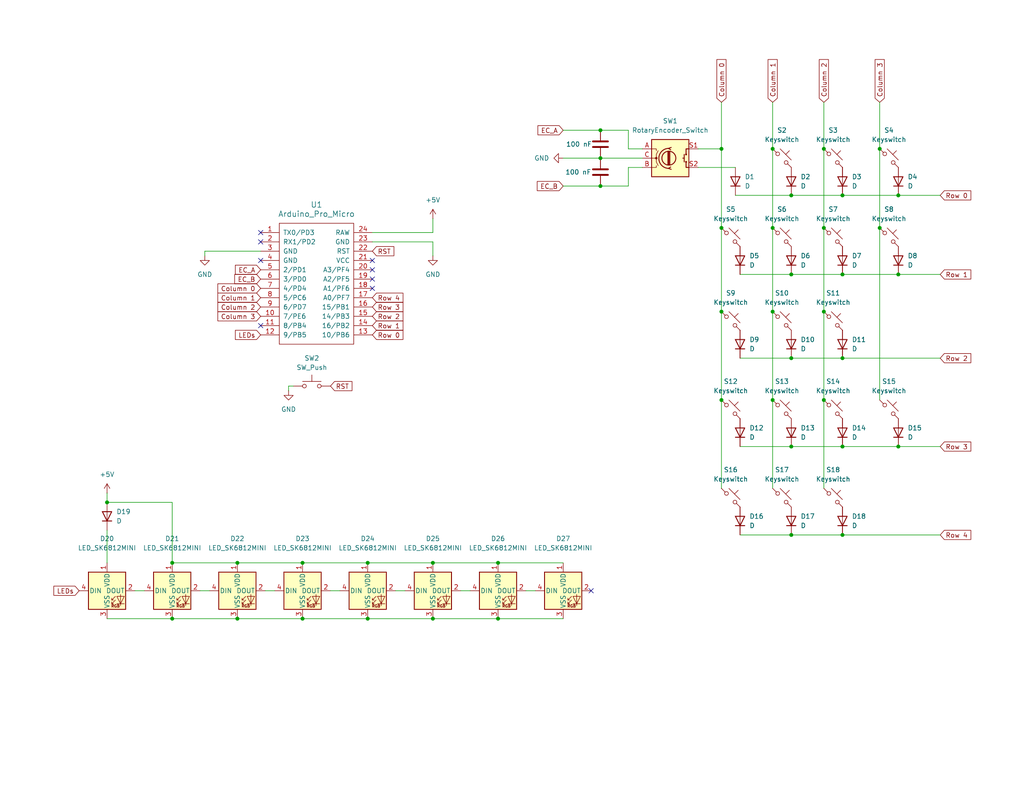
<source format=kicad_sch>
(kicad_sch (version 20231120) (generator "eeschema") (generator_version "8.0")
  (paper "USLetter")
  (title_block (title "NefPad") (date "2024-06-21") (rev "v0.1") (company "Suno Kaj 3"))
  (lib_symbols
    (symbol "Device:C" (pin_numbers hide) (pin_names (offset 0.254))
      (property "Reference" "C" (at 0.635 2.54 0))
      (property "Value" "C" (at 0.635 -2.54 0))
      (symbol "C_0_1"
        (polyline (pts (xy -2.032 -0.762) (xy 2.032 -0.762)) (stroke (width 0.508)))
        (polyline (pts (xy -2.032 0.762) (xy 2.032 0.762)) (stroke (width 0.508)))
      )
      (symbol "C_1_1"
        (pin passive line (at 0 3.81 270) (length 2.794) (name "~") (number "1"))
        (pin passive line (at 0 -3.81 90) (length 2.794) (name "~") (number "2"))
      )
    )
    (symbol "Device:D" (pin_numbers hide) (pin_names (offset 1.016) hide)
      (property "Reference" "D" (at 0 2.54 0))
      (property "Value" "D" (at 0 -2.54 0))
      (symbol "D_0_1"
        (polyline (pts (xy -1.27 1.27) (xy -1.27 -1.27)) (stroke (width 0.254)))
        (polyline (pts (xy 1.27 0) (xy -1.27 0)))
        (polyline (pts (xy 1.27 1.27) (xy 1.27 -1.27) (xy -1.27 0) (xy 1.27 1.27)) (stroke (width 0.254)))
      )
      (symbol "D_1_1"
        (pin passive line (at -3.81 0 0) (length 2.54) (name "K") (number "1"))
        (pin passive line (at 3.81 0 180) (length 2.54) (name "A") (number "2"))
      )
    )
    (symbol "Device:RotaryEncoder_Switch" (pin_names (offset 0.254) hide)
      (property "Reference" "SW" (at 0 6.604 0))
      (property "Value" "RotaryEncoder_Switch" (at 0 -6.604 0))
      (symbol "RotaryEncoder_Switch_0_1"
        (rectangle (start -5.08 5.08) (end 5.08 -5.08) (stroke (width 0.254)) (fill (type background)))
        (circle (center -3.81 0) (radius 0.254) (fill (type outline)))
        (circle (center -0.381 0) (radius 1.905) (stroke (width 0.254)))
        (arc (start -0.381 2.667) (mid -3.0988 -0.0635) (end -0.381 -2.794) (stroke (width 0.254)))
        (polyline (pts (xy -0.635 -1.778) (xy -0.635 1.778)) (stroke (width 0.254)))
        (polyline (pts (xy -0.381 -1.778) (xy -0.381 1.778)) (stroke (width 0.254)))
        (polyline (pts (xy -0.127 1.778) (xy -0.127 -1.778)) (stroke (width 0.254)))
        (polyline (pts (xy 3.81 0) (xy 3.429 0)) (stroke (width 0.254)))
        (polyline (pts (xy 3.81 1.016) (xy 3.81 -1.016)) (stroke (width 0.254)))
        (polyline (pts (xy -5.08 -2.54) (xy -3.81 -2.54) (xy -3.81 -2.032)))
        (polyline (pts (xy -5.08 2.54) (xy -3.81 2.54) (xy -3.81 2.032)))
        (polyline (pts (xy 0.254 -3.048) (xy -0.508 -2.794) (xy 0.127 -2.413)) (stroke (width 0.254)))
        (polyline (pts (xy 0.254 2.921) (xy -0.508 2.667) (xy 0.127 2.286)) (stroke (width 0.254)))
        (polyline (pts (xy 5.08 -2.54) (xy 4.318 -2.54) (xy 4.318 -1.016)) (stroke (width 0.254)))
        (polyline (pts (xy 5.08 2.54) (xy 4.318 2.54) (xy 4.318 1.016)) (stroke (width 0.254)))
        (polyline (pts (xy -5.08 0) (xy -3.81 0) (xy -3.81 -1.016) (xy -3.302 -2.032)))
        (polyline (pts (xy -4.318 0) (xy -3.81 0) (xy -3.81 1.016) (xy -3.302 2.032)))
        (circle (center 4.318 -1.016) (radius 0.127) (stroke (width 0.254)))
        (circle (center 4.318 1.016) (radius 0.127) (stroke (width 0.254)))
      )
      (symbol "RotaryEncoder_Switch_1_1"
        (pin passive line (at -7.62 2.54 0) (length 2.54) (name "A") (number "A"))
        (pin passive line (at -7.62 -2.54 0) (length 2.54) (name "B") (number "B"))
        (pin passive line (at -7.62 0 0) (length 2.54) (name "C") (number "C"))
        (pin passive line (at 7.62 2.54 180) (length 2.54) (name "S1") (number "S1"))
        (pin passive line (at 7.62 -2.54 180) (length 2.54) (name "S2") (number "S2"))
      )
    )
    (symbol "ScottoKeebs:MCU_Arduino_Pro_Micro" (pin_names (offset 1.016))
      (property "Reference" "U" (at 0 0 0))
      (property "Value" "Arduino_Pro_Micro" (at 0 -19.05 0))
      (symbol "MCU_Arduino_Pro_Micro_0_1"
        (rectangle (start -10.16 16.51) (end 10.16 -16.51))
      )
      (symbol "MCU_Arduino_Pro_Micro_1_1"
        (pin input line (at -15.24 13.97 0) (length 5.08) (name "TX0/PD3") (number "1"))
        (pin input line (at -15.24 -8.89 0) (length 5.08) (name "7/PE6") (number "10"))
        (pin input line (at -15.24 -11.43 0) (length 5.08) (name "8/PB4") (number "11"))
        (pin input line (at -15.24 -13.97 0) (length 5.08) (name "9/PB5") (number "12"))
        (pin input line (at 15.24 -13.97 180) (length 5.08) (name "10/PB6") (number "13"))
        (pin input line (at 15.24 -11.43 180) (length 5.08) (name "16/PB2") (number "14"))
        (pin input line (at 15.24 -8.89 180) (length 5.08) (name "14/PB3") (number "15"))
        (pin input line (at 15.24 -6.35 180) (length 5.08) (name "15/PB1") (number "16"))
        (pin input line (at 15.24 -3.81 180) (length 5.08) (name "A0/PF7") (number "17"))
        (pin input line (at 15.24 -1.27 180) (length 5.08) (name "A1/PF6") (number "18"))
        (pin input line (at 15.24 1.27 180) (length 5.08) (name "A2/PF5") (number "19"))
        (pin input line (at -15.24 11.43 0) (length 5.08) (name "RX1/PD2") (number "2"))
        (pin input line (at 15.24 3.81 180) (length 5.08) (name "A3/PF4") (number "20"))
        (pin input line (at 15.24 6.35 180) (length 5.08) (name "VCC") (number "21"))
        (pin input line (at 15.24 8.89 180) (length 5.08) (name "RST") (number "22"))
        (pin input line (at 15.24 11.43 180) (length 5.08) (name "GND") (number "23"))
        (pin input line (at 15.24 13.97 180) (length 5.08) (name "RAW") (number "24"))
        (pin input line (at -15.24 8.89 0) (length 5.08) (name "GND") (number "3"))
        (pin input line (at -15.24 6.35 0) (length 5.08) (name "GND") (number "4"))
        (pin input line (at -15.24 3.81 0) (length 5.08) (name "2/PD1") (number "5"))
        (pin input line (at -15.24 1.27 0) (length 5.08) (name "3/PD0") (number "6"))
        (pin input line (at -15.24 -1.27 0) (length 5.08) (name "4/PD4") (number "7"))
        (pin input line (at -15.24 -3.81 0) (length 5.08) (name "5/PC6") (number "8"))
        (pin input line (at -15.24 -6.35 0) (length 5.08) (name "6/PD7") (number "9"))
      )
    )
    (symbol "ScottoKeebs:Placeholder_Keyswitch" (pin_numbers hide) (pin_names (offset 1.016) hide)
      (property "Reference" "S" (at 3.048 1.016 0))
      (property "Value" "Keyswitch" (at 0 -3.81 0))
      (symbol "Placeholder_Keyswitch_0_1"
        (circle (center -1.1684 1.1684) (radius 0.508))
        (polyline (pts (xy -0.508 2.54) (xy 2.54 -0.508)))
        (polyline (pts (xy 1.016 1.016) (xy 2.032 2.032)))
        (polyline (pts (xy -2.54 2.54) (xy -1.524 1.524) (xy -1.524 1.524)))
        (polyline (pts (xy 1.524 -1.524) (xy 2.54 -2.54) (xy 2.54 -2.54) (xy 2.54 -2.54)))
        (circle (center 1.143 -1.1938) (radius 0.508))
        (pin passive line (at -2.54 2.54 0) (length 0) (name "1") (number "1"))
        (pin passive line (at 2.54 -2.54 180) (length 0) (name "2") (number "2"))
      )
    )
    (symbol "Switch:SW_Push" (pin_numbers hide) (pin_names (offset 1.016) hide)
      (property "Reference" "SW" (at 1.27 2.54 0))
      (property "Value" "SW_Push" (at 0 -1.524 0))
      (symbol "SW_Push_0_1"
        (circle (center -2.032 0) (radius 0.508))
        (polyline (pts (xy 0 1.27) (xy 0 3.048)))
        (polyline (pts (xy 2.54 1.27) (xy -2.54 1.27)))
        (circle (center 2.032 0) (radius 0.508))
        (pin passive line (at -5.08 0 0) (length 2.54) (name "1") (number "1"))
        (pin passive line (at 5.08 0 180) (length 2.54) (name "2") (number "2"))
      )
    )
    (symbol "library1:LED_SK6812MINI" (pin_names (offset 0.254))
      (property "Reference" "D" (at 5.08 5.715 0))
      (property "Value" "LED_SK6812MINI" (at 1.27 -5.715 0))
      (symbol "LED_SK6812MINI_0_0"
        (text "RGB" (at 2.286 -4.191 0) (effects (font (size 0.762 0.762))))
      )
      (symbol "LED_SK6812MINI_0_1"
        (rectangle (start -5.08 5.08) (end 5.08 -5.08) (stroke (width 0.254)) (fill (type background)))
        (polyline (pts (xy 1.27 -3.556) (xy 1.778 -3.556)))
        (polyline (pts (xy 1.27 -2.54) (xy 1.778 -2.54)))
        (polyline (pts (xy 4.699 -3.556) (xy 2.667 -3.556)))
        (polyline (pts (xy 2.286 -2.54) (xy 1.27 -3.556) (xy 1.27 -3.048)))
        (polyline (pts (xy 2.286 -1.524) (xy 1.27 -2.54) (xy 1.27 -2.032)))
        (polyline (pts (xy 3.683 -1.016) (xy 3.683 -3.556) (xy 3.683 -4.064)))
        (polyline (pts (xy 4.699 -1.524) (xy 2.667 -1.524) (xy 3.683 -3.556) (xy 4.699 -1.524)))
      )
      (symbol "LED_SK6812MINI_1_1"
        (pin power_in line (at 0 7.62 270) (length 2.54) (name "VDD") (number "1"))
        (pin output line (at 7.62 0 180) (length 2.54) (name "DOUT") (number "2"))
        (pin power_in line (at 0 -7.62 90) (length 2.54) (name "VSS") (number "3"))
        (pin input line (at -7.62 0 0) (length 2.54) (name "DIN") (number "4"))
      )
    )
    (symbol "power:+5V" (power) (pin_numbers hide) (pin_names (offset 0) hide)
      (property "Value" "+5V" (at 0 3.556 0))
      (symbol "+5V_0_1"
        (polyline (pts (xy -0.762 1.27) (xy 0 2.54)))
        (polyline (pts (xy 0 0) (xy 0 2.54)))
        (polyline (pts (xy 0 2.54) (xy 0.762 1.27)))
      )
      (symbol "+5V_1_1"
        (pin power_in line (at 0 0 90) (length 0) (name "~") (number "1"))
      )
    )
    (symbol "power:GND" (power) (pin_numbers hide) (pin_names (offset 0) hide)
      (property "Value" "GND" (at 0 -3.81 0))
      (symbol "GND_0_1"
        (polyline (pts (xy 0 0) (xy 0 -1.27) (xy 1.27 -1.27) (xy 0 -2.54) (xy -1.27 -1.27) (xy 0 -1.27)))
      )
      (symbol "GND_1_1"
        (pin power_in line (at 0 0 270) (length 0) (name "~") (number "1"))
      )
    )
  )
  (junction (at 118.11 168.91))
  (junction (at 229.87 97.79))
  (junction (at 196.85 85.09))
  (junction (at 229.87 74.93))
  (junction (at 240.03 40.64))
  (junction (at 245.11 74.93))
  (junction (at 215.9 74.93))
  (junction (at 64.77 153.67))
  (junction (at 229.87 53.34))
  (junction (at 245.11 53.34))
  (junction (at 229.87 146.05))
  (junction (at 210.82 40.64))
  (junction (at 210.82 109.22))
  (junction (at 46.99 168.91))
  (junction (at 224.79 40.64))
  (junction (at 135.89 153.67))
  (junction (at 82.55 153.67))
  (junction (at 196.85 109.22))
  (junction (at 215.9 121.92))
  (junction (at 224.79 85.09))
  (junction (at 196.85 40.64))
  (junction (at 163.83 50.8))
  (junction (at 100.33 153.67))
  (junction (at 215.9 146.05))
  (junction (at 215.9 53.34))
  (junction (at 229.87 121.92))
  (junction (at 46.99 153.67))
  (junction (at 64.77 168.91))
  (junction (at 224.79 62.23))
  (junction (at 82.55 168.91))
  (junction (at 29.21 137.16))
  (junction (at 163.83 35.56))
  (junction (at 118.11 153.67))
  (junction (at 100.33 168.91))
  (junction (at 210.82 85.09))
  (junction (at 224.79 109.22))
  (junction (at 245.11 121.92))
  (junction (at 135.89 168.91))
  (junction (at 163.83 43.18))
  (junction (at 215.9 97.79))
  (junction (at 210.82 62.23))
  (junction (at 240.03 62.23))
  (junction (at 196.85 62.23))
  (no_connect (at 71.12 88.9))
  (no_connect (at 101.6 73.66))
  (no_connect (at 101.6 76.2))
  (no_connect (at 101.6 78.74))
  (no_connect (at 71.12 63.5))
  (no_connect (at 71.12 71.12))
  (no_connect (at 161.29 161.29))
  (no_connect (at 71.12 66.04))
  (no_connect (at 101.6 71.12))
  (wire (pts (xy 224.79 109.22) (xy 224.79 133.35)))
  (wire (pts (xy 46.99 153.67) (xy 64.77 153.67)))
  (wire (pts (xy 29.21 144.78) (xy 29.21 153.67)))
  (wire (pts (xy 118.11 63.5) (xy 101.6 63.5)))
  (wire (pts (xy 107.95 161.29) (xy 110.49 161.29)))
  (wire (pts (xy 215.9 53.34) (xy 229.87 53.34)))
  (wire (pts (xy 118.11 59.69) (xy 118.11 63.5)))
  (wire (pts (xy 229.87 146.05) (xy 256.54 146.05)))
  (wire (pts (xy 224.79 85.09) (xy 224.79 109.22)))
  (wire (pts (xy 245.11 53.34) (xy 256.54 53.34)))
  (wire (pts (xy 46.99 137.16) (xy 46.99 153.67)))
  (wire (pts (xy 229.87 121.92) (xy 245.11 121.92)))
  (wire (pts (xy 153.67 50.8) (xy 163.83 50.8)))
  (wire (pts (xy 55.88 68.58) (xy 71.12 68.58)))
  (wire (pts (xy 196.85 85.09) (xy 196.85 109.22)))
  (wire (pts (xy 201.93 146.05) (xy 215.9 146.05)))
  (wire (pts (xy 201.93 121.92) (xy 215.9 121.92)))
  (wire (pts (xy 201.93 74.93) (xy 215.9 74.93)))
  (wire (pts (xy 82.55 153.67) (xy 100.33 153.67)))
  (wire (pts (xy 29.21 168.91) (xy 46.99 168.91)))
  (wire (pts (xy 245.11 121.92) (xy 256.54 121.92)))
  (wire (pts (xy 190.5 40.64) (xy 196.85 40.64)))
  (wire (pts (xy 163.83 43.18) (xy 175.26 43.18)))
  (wire (pts (xy 196.85 40.64) (xy 196.85 62.23)))
  (wire (pts (xy 90.17 161.29) (xy 92.71 161.29)))
  (wire (pts (xy 118.11 153.67) (xy 135.89 153.67)))
  (wire (pts (xy 78.74 106.68) (xy 78.74 105.41)))
  (wire (pts (xy 29.21 134.62) (xy 29.21 137.16)))
  (wire (pts (xy 224.79 62.23) (xy 224.79 85.09)))
  (wire (pts (xy 143.51 161.29) (xy 146.05 161.29)))
  (wire (pts (xy 153.67 35.56) (xy 163.83 35.56)))
  (wire (pts (xy 215.9 146.05) (xy 229.87 146.05)))
  (wire (pts (xy 100.33 153.67) (xy 118.11 153.67)))
  (wire (pts (xy 196.85 109.22) (xy 196.85 133.35)))
  (wire (pts (xy 224.79 40.64) (xy 224.79 62.23)))
  (wire (pts (xy 224.79 27.94) (xy 224.79 40.64)))
  (wire (pts (xy 171.45 35.56) (xy 163.83 35.56)))
  (wire (pts (xy 171.45 45.72) (xy 175.26 45.72)))
  (wire (pts (xy 135.89 153.67) (xy 153.67 153.67)))
  (wire (pts (xy 118.11 69.85) (xy 118.11 66.04)))
  (wire (pts (xy 78.74 105.41) (xy 80.01 105.41)))
  (wire (pts (xy 29.21 137.16) (xy 46.99 137.16)))
  (wire (pts (xy 229.87 97.79) (xy 256.54 97.79)))
  (wire (pts (xy 190.5 45.72) (xy 200.66 45.72)))
  (wire (pts (xy 240.03 62.23) (xy 240.03 109.22)))
  (wire (pts (xy 118.11 66.04) (xy 101.6 66.04)))
  (wire (pts (xy 55.88 69.85) (xy 55.88 68.58)))
  (wire (pts (xy 82.55 168.91) (xy 100.33 168.91)))
  (wire (pts (xy 64.77 168.91) (xy 82.55 168.91)))
  (wire (pts (xy 54.61 161.29) (xy 57.15 161.29)))
  (wire (pts (xy 215.9 74.93) (xy 229.87 74.93)))
  (wire (pts (xy 210.82 85.09) (xy 210.82 109.22)))
  (wire (pts (xy 125.73 161.29) (xy 128.27 161.29)))
  (wire (pts (xy 210.82 62.23) (xy 210.82 85.09)))
  (wire (pts (xy 171.45 50.8) (xy 163.83 50.8)))
  (wire (pts (xy 240.03 27.94) (xy 240.03 40.64)))
  (wire (pts (xy 201.93 97.79) (xy 215.9 97.79)))
  (wire (pts (xy 171.45 40.64) (xy 175.26 40.64)))
  (wire (pts (xy 210.82 27.94) (xy 210.82 40.64)))
  (wire (pts (xy 245.11 74.93) (xy 256.54 74.93)))
  (wire (pts (xy 100.33 168.91) (xy 118.11 168.91)))
  (wire (pts (xy 171.45 45.72) (xy 171.45 50.8)))
  (wire (pts (xy 135.89 168.91) (xy 153.67 168.91)))
  (wire (pts (xy 210.82 40.64) (xy 210.82 62.23)))
  (wire (pts (xy 200.66 53.34) (xy 215.9 53.34)))
  (wire (pts (xy 196.85 62.23) (xy 196.85 85.09)))
  (wire (pts (xy 215.9 97.79) (xy 229.87 97.79)))
  (wire (pts (xy 46.99 168.91) (xy 64.77 168.91)))
  (wire (pts (xy 36.83 161.29) (xy 39.37 161.29)))
  (wire (pts (xy 215.9 121.92) (xy 229.87 121.92)))
  (wire (pts (xy 229.87 74.93) (xy 245.11 74.93)))
  (wire (pts (xy 118.11 168.91) (xy 135.89 168.91)))
  (wire (pts (xy 229.87 53.34) (xy 245.11 53.34)))
  (wire (pts (xy 196.85 27.94) (xy 196.85 40.64)))
  (wire (pts (xy 210.82 109.22) (xy 210.82 133.35)))
  (wire (pts (xy 240.03 40.64) (xy 240.03 62.23)))
  (wire (pts (xy 153.67 43.18) (xy 163.83 43.18)))
  (wire (pts (xy 72.39 161.29) (xy 74.93 161.29)))
  (wire (pts (xy 64.77 153.67) (xy 82.55 153.67)))
  (wire (pts (xy 171.45 40.64) (xy 171.45 35.56)))
  (global_label "EC_A" (shape input) (at 153.67 35.56 180) (property "Intersheetrefs" "${INTERSHEET_REFS}" (effects (hide yes))))
  (global_label "Row 1" (shape input) (at 256.54 74.93 0) (property "Intersheetrefs" "${INTERSHEET_REFS}" (effects (hide yes))))
  (global_label "RST" (shape input) (at 101.6 68.58 0) (property "Intersheetrefs" "${INTERSHEET_REFS}" (effects (hide yes))))
  (global_label "Row 1" (shape input) (at 101.6 88.9 0) (property "Intersheetrefs" "${INTERSHEET_REFS}" (effects (hide yes))))
  (global_label "Row 4" (shape input) (at 101.6 81.28 0) (property "Intersheetrefs" "${INTERSHEET_REFS}" (effects (hide yes))))
  (global_label "Column 2" (shape input) (at 71.12 83.82 180) (property "Intersheetrefs" "${INTERSHEET_REFS}" (effects (hide yes))))
  (global_label "EC_A" (shape input) (at 71.12 73.66 180) (property "Intersheetrefs" "${INTERSHEET_REFS}" (effects (hide yes))))
  (global_label "LEDs" (shape input) (at 71.12 91.44 180) (property "Intersheetrefs" "${INTERSHEET_REFS}" (effects (hide yes))))
  (global_label "Row 3" (shape input) (at 101.6 83.82 0) (property "Intersheetrefs" "${INTERSHEET_REFS}" (effects (hide yes))))
  (global_label "Column 3" (shape input) (at 240.03 27.94 90) (property "Intersheetrefs" "${INTERSHEET_REFS}" (effects (hide yes))))
  (global_label "Row 2" (shape input) (at 256.54 97.79 0) (property "Intersheetrefs" "${INTERSHEET_REFS}" (effects (hide yes))))
  (global_label "Row 0" (shape input) (at 101.6 91.44 0) (property "Intersheetrefs" "${INTERSHEET_REFS}" (effects (hide yes))))
  (global_label "Column 1" (shape input) (at 71.12 81.28 180) (property "Intersheetrefs" "${INTERSHEET_REFS}" (effects (hide yes))))
  (global_label "Column 2" (shape input) (at 224.79 27.94 90) (property "Intersheetrefs" "${INTERSHEET_REFS}" (effects (hide yes))))
  (global_label "Column 3" (shape input) (at 71.12 86.36 180) (property "Intersheetrefs" "${INTERSHEET_REFS}" (effects (hide yes))))
  (global_label "Row 4" (shape input) (at 256.54 146.05 0) (property "Intersheetrefs" "${INTERSHEET_REFS}" (effects (hide yes))))
  (global_label "Row 2" (shape input) (at 101.6 86.36 0) (property "Intersheetrefs" "${INTERSHEET_REFS}" (effects (hide yes))))
  (global_label "RST" (shape input) (at 90.17 105.41 0) (property "Intersheetrefs" "${INTERSHEET_REFS}" (effects (hide yes))))
  (global_label "LEDs" (shape input) (at 21.59 161.29 180) (property "Intersheetrefs" "${INTERSHEET_REFS}" (effects (hide yes))))
  (global_label "EC_B" (shape input) (at 153.67 50.8 180) (property "Intersheetrefs" "${INTERSHEET_REFS}" (effects (hide yes))))
  (global_label "Column 0" (shape input) (at 196.85 27.94 90) (property "Intersheetrefs" "${INTERSHEET_REFS}" (effects (hide yes))))
  (global_label "Column 0" (shape input) (at 71.12 78.74 180) (property "Intersheetrefs" "${INTERSHEET_REFS}" (effects (hide yes))))
  (global_label "Row 0" (shape input) (at 256.54 53.34 0) (property "Intersheetrefs" "${INTERSHEET_REFS}" (effects (hide yes))))
  (global_label "Row 3" (shape input) (at 256.54 121.92 0) (property "Intersheetrefs" "${INTERSHEET_REFS}" (effects (hide yes))))
  (global_label "Column 1" (shape input) (at 210.82 27.94 90) (property "Intersheetrefs" "${INTERSHEET_REFS}" (effects (hide yes))))
  (global_label "EC_B" (shape input) (at 71.12 76.2 180) (property "Intersheetrefs" "${INTERSHEET_REFS}" (effects (hide yes))))
  (symbol (lib_id "power:GND") (at 118.11 69.85 0) (unit 1)
    (property "Reference" "#PWR03" (effects (hide yes)))
    (property "Value" "GND" (at 118.11 74.93 0))
    (property "Description" "Power symbol creates a global label with name \"GND\" , ground" (effects (hide yes)))
  )
  (symbol (lib_id "library1:LED_SK6812MINI") (at 29.21 161.29 0) (unit 1)
    (property "Reference" "D20" (at 29.21 147.066 0))
    (property "Value" "LED_SK6812MINI" (at 29.21 149.606 0))
    (property "Footprint" "DD_Library_1:LED_SK6812MINI" (effects (hide yes)))
    (property "Datasheet" "https://cdn-shop.adafruit.com/product-files/2686/SK6812MINI_REV.01-1-2.pdf" (effects (hide yes)))
    (property "Description" "RGB LED with integrated controller" (effects (hide yes)))
  )
  (symbol (lib_id "Device:D") (at 215.9 142.24 90) (unit 1)
    (property "Reference" "D17" (at 218.44 140.9699 90) (effects (justify right)))
    (property "Value" "D" (at 218.44 143.5099 90) (effects (justify right)))
    (property "Footprint" "Diode_THT:D_DO-35_SOD27_P7.62mm_Horizontal" (effects (hide yes)))
    (property "Description" "Diode" (effects (hide yes)))
    (property "Sim.Device" "D" (effects (hide yes)))
    (property "Sim.Pins" "1=K 2=A" (effects (hide yes)))
  )
  (symbol (lib_id "Device:C") (at 163.83 39.37 0) (unit 1)
    (property "Reference" "C1" (effects (hide yes)))
    (property "Value" "100 nF" (at 154.432 39.37 0) (effects (justify left)))
    (property "Footprint" "Capacitor_THT:C_Disc_D4.3mm_W1.9mm_P5.00mm" (effects (hide yes)))
    (property "Description" "Unpolarized capacitor" (effects (hide yes)))
  )
  (symbol (lib_id "ScottoKeebs:Placeholder_Keyswitch") (at 213.36 111.76 0) (unit 1)
    (property "Reference" "S13" (at 213.36 104.14 0))
    (property "Value" "Keyswitch" (at 213.36 106.68 0))
    (property "Footprint" "ScottoKeebs_Hotswap:Hotswap_MX_1.00u" (effects (hide yes)))
    (property "Description" "Push button switch, normally open, two pins, 45° tilted" (effects (hide yes)))
  )
  (symbol (lib_id "Device:C") (at 163.83 46.99 0) (mirror y) (unit 1)
    (property "Reference" "C2" (effects (hide yes)))
    (property "Value" "100 nF" (at 161.29 46.99 0) (effects (justify left)))
    (property "Footprint" "Capacitor_THT:C_Disc_D4.3mm_W1.9mm_P5.00mm" (effects (hide yes)))
    (property "Description" "Unpolarized capacitor" (effects (hide yes)))
  )
  (symbol (lib_id "Device:D") (at 229.87 71.12 90) (unit 1)
    (property "Reference" "D7" (at 232.41 69.8499 90) (effects (justify right)))
    (property "Value" "D" (at 232.41 72.3899 90) (effects (justify right)))
    (property "Footprint" "Diode_THT:D_DO-35_SOD27_P7.62mm_Horizontal" (effects (hide yes)))
    (property "Description" "Diode" (effects (hide yes)))
    (property "Sim.Device" "D" (effects (hide yes)))
    (property "Sim.Pins" "1=K 2=A" (effects (hide yes)))
  )
  (symbol (lib_id "power:+5V") (at 118.11 59.69 0) (unit 1)
    (property "Reference" "#PWR01" (effects (hide yes)))
    (property "Value" "+5V" (at 118.11 54.61 0))
    (property "Description" "Power symbol creates a global label with name \"+5V\"" (effects (hide yes)))
  )
  (symbol (lib_id "library1:LED_SK6812MINI") (at 118.11 161.29 0) (unit 1)
    (property "Reference" "D25" (at 118.11 147.066 0))
    (property "Value" "LED_SK6812MINI" (at 118.11 149.606 0))
    (property "Footprint" "DD_Library_1:LED_SK6812MINI" (effects (hide yes)))
    (property "Datasheet" "https://cdn-shop.adafruit.com/product-files/2686/SK6812MINI_REV.01-1-2.pdf" (effects (hide yes)))
    (property "Description" "RGB LED with integrated controller" (effects (hide yes)))
  )
  (symbol (lib_id "ScottoKeebs:MCU_Arduino_Pro_Micro") (at 86.36 77.47 0) (unit 1)
    (property "Reference" "U1" (at 86.36 55.88 0) (effects (font (size 1.524 1.524))))
    (property "Value" "Arduino_Pro_Micro" (at 86.36 58.42 0) (effects (font (size 1.524 1.524))))
    (property "Footprint" "ScottoKeebs_MCU:Arduino_Pro_Micro" (effects (hide yes)))
  )
  (symbol (lib_id "ScottoKeebs:Placeholder_Keyswitch") (at 227.33 111.76 0) (unit 1)
    (property "Reference" "S14" (at 227.33 104.14 0))
    (property "Value" "Keyswitch" (at 227.33 106.68 0))
    (property "Footprint" "ScottoKeebs_Hotswap:Hotswap_MX_1.00u" (effects (hide yes)))
    (property "Description" "Push button switch, normally open, two pins, 45° tilted" (effects (hide yes)))
  )
  (symbol (lib_id "Device:D") (at 245.11 118.11 90) (unit 1)
    (property "Reference" "D15" (at 247.65 116.8399 90) (effects (justify right)))
    (property "Value" "D" (at 247.65 119.3799 90) (effects (justify right)))
    (property "Footprint" "Diode_THT:D_DO-35_SOD27_P7.62mm_Horizontal" (effects (hide yes)))
    (property "Description" "Diode" (effects (hide yes)))
    (property "Sim.Device" "D" (effects (hide yes)))
    (property "Sim.Pins" "1=K 2=A" (effects (hide yes)))
  )
  (symbol (lib_id "ScottoKeebs:Placeholder_Keyswitch") (at 227.33 64.77 0) (unit 1)
    (property "Reference" "S7" (at 227.33 57.15 0))
    (property "Value" "Keyswitch" (at 227.33 59.69 0))
    (property "Footprint" "ScottoKeebs_Hotswap:Hotswap_MX_1.00u" (effects (hide yes)))
    (property "Description" "Push button switch, normally open, two pins, 45° tilted" (effects (hide yes)))
  )
  (symbol (lib_id "Device:D") (at 215.9 118.11 90) (unit 1)
    (property "Reference" "D13" (at 218.44 116.8399 90) (effects (justify right)))
    (property "Value" "D" (at 218.44 119.3799 90) (effects (justify right)))
    (property "Footprint" "Diode_THT:D_DO-35_SOD27_P7.62mm_Horizontal" (effects (hide yes)))
    (property "Description" "Diode" (effects (hide yes)))
    (property "Sim.Device" "D" (effects (hide yes)))
    (property "Sim.Pins" "1=K 2=A" (effects (hide yes)))
  )
  (symbol (lib_id "ScottoKeebs:Placeholder_Keyswitch") (at 213.36 135.89 0) (unit 1)
    (property "Reference" "S17" (at 213.36 128.27 0))
    (property "Value" "Keyswitch" (at 213.36 130.81 0))
    (property "Footprint" "ScottoKeebs_Hotswap:Hotswap_MX_1.00u" (effects (hide yes)))
    (property "Description" "Push button switch, normally open, two pins, 45° tilted" (effects (hide yes)))
  )
  (symbol (lib_id "Device:D") (at 215.9 49.53 90) (unit 1)
    (property "Reference" "D2" (at 218.44 48.2599 90) (effects (justify right)))
    (property "Value" "D" (at 218.44 50.7999 90) (effects (justify right)))
    (property "Footprint" "Diode_THT:D_DO-35_SOD27_P7.62mm_Horizontal" (effects (hide yes)))
    (property "Description" "Diode" (effects (hide yes)))
    (property "Sim.Device" "D" (effects (hide yes)))
    (property "Sim.Pins" "1=K 2=A" (effects (hide yes)))
  )
  (symbol (lib_id "ScottoKeebs:Placeholder_Keyswitch") (at 199.39 135.89 0) (unit 1)
    (property "Reference" "S16" (at 199.39 128.27 0))
    (property "Value" "Keyswitch" (at 199.39 130.81 0))
    (property "Footprint" "ScottoKeebs_Hotswap:Hotswap_MX_1.00u" (effects (hide yes)))
    (property "Description" "Push button switch, normally open, two pins, 45° tilted" (effects (hide yes)))
  )
  (symbol (lib_id "library1:LED_SK6812MINI") (at 100.33 161.29 0) (unit 1)
    (property "Reference" "D24" (at 100.33 147.066 0))
    (property "Value" "LED_SK6812MINI" (at 100.33 149.606 0))
    (property "Footprint" "DD_Library_1:LED_SK6812MINI" (effects (hide yes)))
    (property "Datasheet" "https://cdn-shop.adafruit.com/product-files/2686/SK6812MINI_REV.01-1-2.pdf" (effects (hide yes)))
    (property "Description" "RGB LED with integrated controller" (effects (hide yes)))
  )
  (symbol (lib_id "Device:D") (at 229.87 49.53 90) (unit 1)
    (property "Reference" "D3" (at 232.41 48.2599 90) (effects (justify right)))
    (property "Value" "D" (at 232.41 50.7999 90) (effects (justify right)))
    (property "Footprint" "Diode_THT:D_DO-35_SOD27_P7.62mm_Horizontal" (effects (hide yes)))
    (property "Description" "Diode" (effects (hide yes)))
    (property "Sim.Device" "D" (effects (hide yes)))
    (property "Sim.Pins" "1=K 2=A" (effects (hide yes)))
  )
  (symbol (lib_id "Device:D") (at 245.11 71.12 90) (unit 1)
    (property "Reference" "D8" (at 247.65 69.8499 90) (effects (justify right)))
    (property "Value" "D" (at 247.65 72.3899 90) (effects (justify right)))
    (property "Footprint" "Diode_THT:D_DO-35_SOD27_P7.62mm_Horizontal" (effects (hide yes)))
    (property "Description" "Diode" (effects (hide yes)))
    (property "Sim.Device" "D" (effects (hide yes)))
    (property "Sim.Pins" "1=K 2=A" (effects (hide yes)))
  )
  (symbol (lib_id "Device:RotaryEncoder_Switch") (at 182.88 43.18 0) (unit 1)
    (property "Reference" "SW1" (at 182.88 33.02 0))
    (property "Value" "RotaryEncoder_Switch" (at 182.88 35.56 0))
    (property "Footprint" "Rotary_Encoder:RotaryEncoder_Alps_EC11E-Switch_Vertical_H20mm" (effects (hide yes)))
    (property "Description" "Rotary encoder, dual channel, incremental quadrate outputs, with switch" (effects (hide yes)))
  )
  (symbol (lib_id "library1:LED_SK6812MINI") (at 82.55 161.29 0) (unit 1)
    (property "Reference" "D23" (at 82.55 147.066 0))
    (property "Value" "LED_SK6812MINI" (at 82.55 149.606 0))
    (property "Footprint" "DD_Library_1:LED_SK6812MINI" (effects (hide yes)))
    (property "Datasheet" "https://cdn-shop.adafruit.com/product-files/2686/SK6812MINI_REV.01-1-2.pdf" (effects (hide yes)))
    (property "Description" "RGB LED with integrated controller" (effects (hide yes)))
  )
  (symbol (lib_id "ScottoKeebs:Placeholder_Keyswitch") (at 242.57 111.76 0) (unit 1)
    (property "Reference" "S15" (at 242.57 104.14 0))
    (property "Value" "Keyswitch" (at 242.57 106.68 0))
    (property "Footprint" "ScottoKeebs_Hotswap:Hotswap_MX_2.00u_90deg" (effects (hide yes)))
    (property "Description" "Push button switch, normally open, two pins, 45° tilted" (effects (hide yes)))
  )
  (symbol (lib_id "library1:LED_SK6812MINI") (at 153.67 161.29 0) (unit 1)
    (property "Reference" "D27" (at 153.67 147.066 0))
    (property "Value" "LED_SK6812MINI" (at 153.67 149.606 0))
    (property "Footprint" "DD_Library_1:LED_SK6812MINI" (effects (hide yes)))
    (property "Datasheet" "https://cdn-shop.adafruit.com/product-files/2686/SK6812MINI_REV.01-1-2.pdf" (effects (hide yes)))
    (property "Description" "RGB LED with integrated controller" (effects (hide yes)))
  )
  (symbol (lib_id "ScottoKeebs:Placeholder_Keyswitch") (at 199.39 64.77 0) (unit 1)
    (property "Reference" "S5" (at 199.39 57.15 0))
    (property "Value" "Keyswitch" (at 199.39 59.69 0))
    (property "Footprint" "ScottoKeebs_Hotswap:Hotswap_MX_1.00u" (effects (hide yes)))
    (property "Description" "Push button switch, normally open, two pins, 45° tilted" (effects (hide yes)))
  )
  (symbol (lib_id "ScottoKeebs:Placeholder_Keyswitch") (at 213.36 87.63 0) (unit 1)
    (property "Reference" "S10" (at 213.36 80.01 0))
    (property "Value" "Keyswitch" (at 213.36 82.55 0))
    (property "Footprint" "ScottoKeebs_Hotswap:Hotswap_MX_1.00u" (effects (hide yes)))
    (property "Description" "Push button switch, normally open, two pins, 45° tilted" (effects (hide yes)))
  )
  (symbol (lib_id "Device:D") (at 201.93 71.12 90) (unit 1)
    (property "Reference" "D5" (at 204.47 69.8499 90) (effects (justify right)))
    (property "Value" "D" (at 204.47 72.3899 90) (effects (justify right)))
    (property "Footprint" "Diode_THT:D_DO-35_SOD27_P7.62mm_Horizontal" (effects (hide yes)))
    (property "Description" "Diode" (effects (hide yes)))
    (property "Sim.Device" "D" (effects (hide yes)))
    (property "Sim.Pins" "1=K 2=A" (effects (hide yes)))
  )
  (symbol (lib_id "ScottoKeebs:Placeholder_Keyswitch") (at 242.57 64.77 0) (unit 1)
    (property "Reference" "S8" (at 242.57 57.15 0))
    (property "Value" "Keyswitch" (at 242.57 59.69 0))
    (property "Footprint" "ScottoKeebs_Hotswap:Hotswap_MX_2.00u_90deg" (effects (hide yes)))
    (property "Description" "Push button switch, normally open, two pins, 45° tilted" (effects (hide yes)))
  )
  (symbol (lib_id "ScottoKeebs:Placeholder_Keyswitch") (at 199.39 87.63 0) (unit 1)
    (property "Reference" "S9" (at 199.39 80.01 0))
    (property "Value" "Keyswitch" (at 199.39 82.55 0))
    (property "Footprint" "ScottoKeebs_Hotswap:Hotswap_MX_1.00u" (effects (hide yes)))
    (property "Description" "Push button switch, normally open, two pins, 45° tilted" (effects (hide yes)))
  )
  (symbol (lib_id "power:+5V") (at 29.21 134.62 0) (unit 1)
    (property "Reference" "#PWR05" (effects (hide yes)))
    (property "Value" "+5V" (at 29.21 129.54 0))
    (property "Description" "Power symbol creates a global label with name \"+5V\"" (effects (hide yes)))
  )
  (symbol (lib_id "library1:LED_SK6812MINI") (at 64.77 161.29 0) (unit 1)
    (property "Reference" "D22" (at 64.77 147.066 0))
    (property "Value" "LED_SK6812MINI" (at 64.77 149.606 0))
    (property "Footprint" "DD_Library_1:LED_SK6812MINI" (effects (hide yes)))
    (property "Datasheet" "https://cdn-shop.adafruit.com/product-files/2686/SK6812MINI_REV.01-1-2.pdf" (effects (hide yes)))
    (property "Description" "RGB LED with integrated controller" (effects (hide yes)))
  )
  (symbol (lib_id "power:GND") (at 78.74 106.68 0) (unit 1)
    (property "Reference" "#PWR04" (effects (hide yes)))
    (property "Value" "GND" (at 78.74 111.76 0))
    (property "Description" "Power symbol creates a global label with name \"GND\" , ground" (effects (hide yes)))
  )
  (symbol (lib_id "ScottoKeebs:Placeholder_Keyswitch") (at 213.36 64.77 0) (unit 1)
    (property "Reference" "S6" (at 213.36 57.15 0))
    (property "Value" "Keyswitch" (at 213.36 59.69 0))
    (property "Footprint" "ScottoKeebs_Hotswap:Hotswap_MX_1.00u" (effects (hide yes)))
    (property "Description" "Push button switch, normally open, two pins, 45° tilted" (effects (hide yes)))
  )
  (symbol (lib_id "power:GND") (at 153.67 43.18 270) (unit 1)
    (property "Reference" "#PWR06" (effects (hide yes)))
    (property "Value" "GND" (at 149.86 43.1799 90) (effects (justify right)))
    (property "Description" "Power symbol creates a global label with name \"GND\" , ground" (effects (hide yes)))
  )
  (symbol (lib_id "ScottoKeebs:Placeholder_Keyswitch") (at 227.33 135.89 0) (unit 1)
    (property "Reference" "S18" (at 227.33 128.27 0))
    (property "Value" "Keyswitch" (at 227.33 130.81 0))
    (property "Footprint" "ScottoKeebs_Hotswap:Hotswap_MX_1.00u" (effects (hide yes)))
    (property "Description" "Push button switch, normally open, two pins, 45° tilted" (effects (hide yes)))
  )
  (symbol (lib_id "Switch:SW_Push") (at 85.09 105.41 0) (unit 1)
    (property "Reference" "SW2" (at 85.09 97.79 0))
    (property "Value" "SW_Push" (at 85.09 100.33 0))
    (property "Footprint" "Button_Switch_THT:SW_PUSH_6mm" (effects (hide yes)))
    (property "Description" "Push button switch, generic, two pins" (effects (hide yes)))
  )
  (symbol (lib_id "Device:D") (at 229.87 93.98 90) (unit 1)
    (property "Reference" "D11" (at 232.41 92.7099 90) (effects (justify right)))
    (property "Value" "D" (at 232.41 95.2499 90) (effects (justify right)))
    (property "Footprint" "Diode_THT:D_DO-35_SOD27_P7.62mm_Horizontal" (effects (hide yes)))
    (property "Description" "Diode" (effects (hide yes)))
    (property "Sim.Device" "D" (effects (hide yes)))
    (property "Sim.Pins" "1=K 2=A" (effects (hide yes)))
  )
  (symbol (lib_id "ScottoKeebs:Placeholder_Keyswitch") (at 227.33 87.63 0) (unit 1)
    (property "Reference" "S11" (at 227.33 80.01 0))
    (property "Value" "Keyswitch" (at 227.33 82.55 0))
    (property "Footprint" "ScottoKeebs_Hotswap:Hotswap_MX_1.00u" (effects (hide yes)))
    (property "Description" "Push button switch, normally open, two pins, 45° tilted" (effects (hide yes)))
  )
  (symbol (lib_id "ScottoKeebs:Placeholder_Keyswitch") (at 227.33 43.18 0) (unit 1)
    (property "Reference" "S3" (at 227.33 35.56 0))
    (property "Value" "Keyswitch" (at 227.33 38.1 0))
    (property "Footprint" "ScottoKeebs_Hotswap:Hotswap_MX_1.00u" (effects (hide yes)))
    (property "Description" "Push button switch, normally open, two pins, 45° tilted" (effects (hide yes)))
  )
  (symbol (lib_id "Device:D") (at 201.93 118.11 90) (unit 1)
    (property "Reference" "D12" (at 204.47 116.8399 90) (effects (justify right)))
    (property "Value" "D" (at 204.47 119.3799 90) (effects (justify right)))
    (property "Footprint" "Diode_THT:D_DO-35_SOD27_P7.62mm_Horizontal" (effects (hide yes)))
    (property "Description" "Diode" (effects (hide yes)))
    (property "Sim.Device" "D" (effects (hide yes)))
    (property "Sim.Pins" "1=K 2=A" (effects (hide yes)))
  )
  (symbol (lib_id "library1:LED_SK6812MINI") (at 135.89 161.29 0) (unit 1)
    (property "Reference" "D26" (at 135.89 147.066 0))
    (property "Value" "LED_SK6812MINI" (at 135.89 149.606 0))
    (property "Footprint" "DD_Library_1:LED_SK6812MINI" (effects (hide yes)))
    (property "Datasheet" "https://cdn-shop.adafruit.com/product-files/2686/SK6812MINI_REV.01-1-2.pdf" (effects (hide yes)))
    (property "Description" "RGB LED with integrated controller" (effects (hide yes)))
  )
  (symbol (lib_id "Device:D") (at 200.66 49.53 90) (unit 1)
    (property "Reference" "D1" (at 203.2 48.2599 90) (effects (justify right)))
    (property "Value" "D" (at 203.2 50.7999 90) (effects (justify right)))
    (property "Footprint" "Diode_THT:D_DO-35_SOD27_P7.62mm_Horizontal" (effects (hide yes)))
    (property "Description" "Diode" (effects (hide yes)))
    (property "Sim.Device" "D" (effects (hide yes)))
    (property "Sim.Pins" "1=K 2=A" (effects (hide yes)))
  )
  (symbol (lib_id "power:GND") (at 55.88 69.85 0) (unit 1)
    (property "Reference" "#PWR02" (effects (hide yes)))
    (property "Value" "GND" (at 55.88 74.93 0))
    (property "Description" "Power symbol creates a global label with name \"GND\" , ground" (effects (hide yes)))
  )
  (symbol (lib_id "Device:D") (at 201.93 142.24 90) (unit 1)
    (property "Reference" "D16" (at 204.47 140.9699 90) (effects (justify right)))
    (property "Value" "D" (at 204.47 143.5099 90) (effects (justify right)))
    (property "Footprint" "Diode_THT:D_DO-35_SOD27_P7.62mm_Horizontal" (effects (hide yes)))
    (property "Description" "Diode" (effects (hide yes)))
    (property "Sim.Device" "D" (effects (hide yes)))
    (property "Sim.Pins" "1=K 2=A" (effects (hide yes)))
  )
  (symbol (lib_id "Device:D") (at 215.9 71.12 90) (unit 1)
    (property "Reference" "D6" (at 218.44 69.8499 90) (effects (justify right)))
    (property "Value" "D" (at 218.44 72.3899 90) (effects (justify right)))
    (property "Footprint" "Diode_THT:D_DO-35_SOD27_P7.62mm_Horizontal" (effects (hide yes)))
    (property "Description" "Diode" (effects (hide yes)))
    (property "Sim.Device" "D" (effects (hide yes)))
    (property "Sim.Pins" "1=K 2=A" (effects (hide yes)))
  )
  (symbol (lib_id "library1:LED_SK6812MINI") (at 46.99 161.29 0) (unit 1)
    (property "Reference" "D21" (at 46.99 147.066 0))
    (property "Value" "LED_SK6812MINI" (at 46.99 149.606 0))
    (property "Footprint" "DD_Library_1:LED_SK6812MINI" (effects (hide yes)))
    (property "Datasheet" "https://cdn-shop.adafruit.com/product-files/2686/SK6812MINI_REV.01-1-2.pdf" (effects (hide yes)))
    (property "Description" "RGB LED with integrated controller" (effects (hide yes)))
  )
  (symbol (lib_id "Device:D") (at 245.11 49.53 90) (unit 1)
    (property "Reference" "D4" (at 247.65 48.2599 90) (effects (justify right)))
    (property "Value" "D" (at 247.65 50.7999 90) (effects (justify right)))
    (property "Footprint" "Diode_THT:D_DO-35_SOD27_P7.62mm_Horizontal" (effects (hide yes)))
    (property "Description" "Diode" (effects (hide yes)))
    (property "Sim.Device" "D" (effects (hide yes)))
    (property "Sim.Pins" "1=K 2=A" (effects (hide yes)))
  )
  (symbol (lib_id "ScottoKeebs:Placeholder_Keyswitch") (at 199.39 111.76 0) (unit 1)
    (property "Reference" "S12" (at 199.39 104.14 0))
    (property "Value" "Keyswitch" (at 199.39 106.68 0))
    (property "Footprint" "ScottoKeebs_Hotswap:Hotswap_MX_1.00u" (effects (hide yes)))
    (property "Description" "Push button switch, normally open, two pins, 45° tilted" (effects (hide yes)))
  )
  (symbol (lib_id "Device:D") (at 229.87 142.24 90) (unit 1)
    (property "Reference" "D18" (at 232.41 140.9699 90) (effects (justify right)))
    (property "Value" "D" (at 232.41 143.5099 90) (effects (justify right)))
    (property "Footprint" "Diode_THT:D_DO-35_SOD27_P7.62mm_Horizontal" (effects (hide yes)))
    (property "Description" "Diode" (effects (hide yes)))
    (property "Sim.Device" "D" (effects (hide yes)))
    (property "Sim.Pins" "1=K 2=A" (effects (hide yes)))
  )
  (symbol (lib_id "Device:D") (at 229.87 118.11 90) (unit 1)
    (property "Reference" "D14" (at 232.41 116.8399 90) (effects (justify right)))
    (property "Value" "D" (at 232.41 119.3799 90) (effects (justify right)))
    (property "Footprint" "Diode_THT:D_DO-35_SOD27_P7.62mm_Horizontal" (effects (hide yes)))
    (property "Description" "Diode" (effects (hide yes)))
    (property "Sim.Device" "D" (effects (hide yes)))
    (property "Sim.Pins" "1=K 2=A" (effects (hide yes)))
  )
  (symbol (lib_id "Device:D") (at 201.93 93.98 90) (unit 1)
    (property "Reference" "D9" (at 204.47 92.7099 90) (effects (justify right)))
    (property "Value" "D" (at 204.47 95.2499 90) (effects (justify right)))
    (property "Footprint" "Diode_THT:D_DO-35_SOD27_P7.62mm_Horizontal" (effects (hide yes)))
    (property "Description" "Diode" (effects (hide yes)))
    (property "Sim.Device" "D" (effects (hide yes)))
    (property "Sim.Pins" "1=K 2=A" (effects (hide yes)))
  )
  (symbol (lib_id "ScottoKeebs:Placeholder_Keyswitch") (at 213.36 43.18 0) (unit 1)
    (property "Reference" "S2" (at 213.36 35.56 0))
    (property "Value" "Keyswitch" (at 213.36 38.1 0))
    (property "Footprint" "ScottoKeebs_Hotswap:Hotswap_MX_1.00u" (effects (hide yes)))
    (property "Description" "Push button switch, normally open, two pins, 45° tilted" (effects (hide yes)))
  )
  (symbol (lib_id "Device:D") (at 215.9 93.98 90) (unit 1)
    (property "Reference" "D10" (at 218.44 92.7099 90) (effects (justify right)))
    (property "Value" "D" (at 218.44 95.2499 90) (effects (justify right)))
    (property "Footprint" "Diode_THT:D_DO-35_SOD27_P7.62mm_Horizontal" (effects (hide yes)))
    (property "Description" "Diode" (effects (hide yes)))
    (property "Sim.Device" "D" (effects (hide yes)))
    (property "Sim.Pins" "1=K 2=A" (effects (hide yes)))
  )
  (symbol (lib_id "ScottoKeebs:Placeholder_Keyswitch") (at 242.57 43.18 0) (unit 1)
    (property "Reference" "S4" (at 242.57 35.56 0))
    (property "Value" "Keyswitch" (at 242.57 38.1 0))
    (property "Footprint" "ScottoKeebs_Hotswap:Hotswap_MX_1.00u" (effects (hide yes)))
    (property "Description" "Push button switch, normally open, two pins, 45° tilted" (effects (hide yes)))
  )
  (symbol (lib_id "Device:D") (at 29.21 140.97 90) (unit 1)
    (property "Reference" "D19" (at 31.75 139.6999 90) (effects (justify right)))
    (property "Value" "D" (at 31.75 142.2399 90) (effects (justify right)))
    (property "Footprint" "Diode_THT:D_DO-35_SOD27_P7.62mm_Horizontal" (effects (hide yes)))
    (property "Description" "Diode" (effects (hide yes)))
    (property "Sim.Device" "D" (effects (hide yes)))
    (property "Sim.Pins" "1=K 2=A" (effects (hide yes)))
  )
)
</source>
